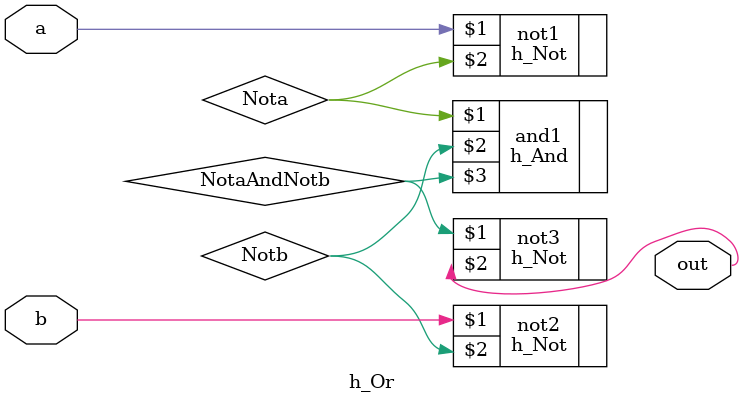
<source format=v>
module h_Or(
    input a,
    input b,
    output wire out
);

    wire Nota;
    wire Notb;
    wire NotaAndNotb;

    h_Not not1(a, Nota);
    h_Not not2(b, Notb);
    h_And and1(Nota, Notb, NotaAndNotb);
    h_Not not3(NotaAndNotb, out);

endmodule


</source>
